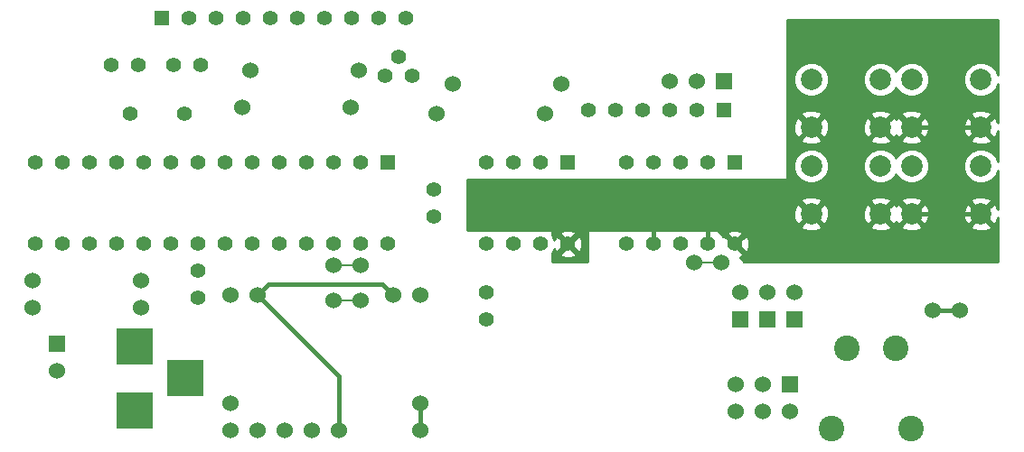
<source format=gtl>
G04 (created by PCBNEW (2013-jul-07)-stable) date 2015年02月11日 19時07分56秒*
%MOIN*%
G04 Gerber Fmt 3.4, Leading zero omitted, Abs format*
%FSLAX34Y34*%
G01*
G70*
G90*
G04 APERTURE LIST*
%ADD10C,0.006*%
%ADD11C,0.06*%
%ADD12R,0.055X0.055*%
%ADD13C,0.055*%
%ADD14R,0.06X0.06*%
%ADD15C,0.056*%
%ADD16R,0.1378X0.1378*%
%ADD17C,0.0787402*%
%ADD18C,0.0944882*%
%ADD19C,0.0551181*%
%ADD20C,0.016*%
%ADD21C,0.008*%
%ADD22C,0.01*%
G04 APERTURE END LIST*
G54D10*
G54D11*
X30300Y-55400D03*
X30300Y-54400D03*
X30300Y-50400D03*
X31300Y-55400D03*
X32300Y-55400D03*
X33300Y-55400D03*
X34300Y-55400D03*
X37300Y-55400D03*
X37300Y-50400D03*
X36300Y-50400D03*
X37300Y-54400D03*
X31300Y-50400D03*
G54D12*
X48500Y-43550D03*
G54D13*
X47500Y-43550D03*
X46500Y-43550D03*
X45500Y-43550D03*
X44500Y-43550D03*
X43500Y-43550D03*
G54D12*
X27783Y-40157D03*
G54D13*
X28783Y-40157D03*
X29783Y-40157D03*
X30783Y-40157D03*
X31783Y-40157D03*
X32783Y-40157D03*
X33783Y-40157D03*
X34783Y-40157D03*
X35783Y-40157D03*
X36783Y-40157D03*
G54D11*
X23000Y-49850D03*
X27000Y-49850D03*
X27000Y-50850D03*
X23000Y-50850D03*
X34750Y-43450D03*
X30750Y-43450D03*
X31050Y-42100D03*
X35050Y-42100D03*
X37900Y-43700D03*
X41900Y-43700D03*
X38500Y-42600D03*
X42500Y-42600D03*
G54D14*
X50950Y-53700D03*
G54D11*
X50950Y-54700D03*
X49950Y-53700D03*
X49950Y-54700D03*
X48950Y-53700D03*
X48950Y-54700D03*
G54D14*
X48500Y-42500D03*
G54D11*
X47500Y-42500D03*
X46500Y-42500D03*
G54D14*
X23900Y-52200D03*
G54D11*
X23900Y-53200D03*
G54D14*
X51100Y-51300D03*
G54D11*
X51100Y-50300D03*
G54D14*
X50100Y-51300D03*
G54D11*
X50100Y-50300D03*
G54D14*
X49100Y-51300D03*
G54D11*
X49100Y-50300D03*
G54D15*
X26600Y-43700D03*
X28600Y-43700D03*
G54D12*
X42750Y-45500D03*
G54D13*
X41750Y-45500D03*
X40750Y-45500D03*
X39750Y-45500D03*
X39750Y-48500D03*
X40750Y-48500D03*
X41750Y-48500D03*
X42750Y-48500D03*
X35100Y-45500D03*
X34100Y-45500D03*
X33100Y-45500D03*
X32100Y-45500D03*
X31100Y-45500D03*
X30100Y-45500D03*
X29100Y-45500D03*
X28100Y-45500D03*
X27100Y-45500D03*
X26100Y-45500D03*
X25100Y-45500D03*
X24100Y-45500D03*
X23100Y-45500D03*
G54D12*
X36100Y-45500D03*
G54D13*
X23100Y-48500D03*
X24100Y-48500D03*
X25100Y-48500D03*
X26100Y-48500D03*
X27100Y-48500D03*
X28100Y-48500D03*
X29100Y-48500D03*
X30100Y-48500D03*
X31100Y-48500D03*
X32100Y-48500D03*
X33100Y-48500D03*
X34100Y-48500D03*
X35100Y-48500D03*
X36100Y-48500D03*
G54D12*
X48900Y-45500D03*
G54D13*
X47900Y-45500D03*
X46900Y-45500D03*
X45900Y-45500D03*
X44900Y-45500D03*
X44900Y-48500D03*
X45900Y-48500D03*
X46900Y-48500D03*
X47900Y-48500D03*
X48900Y-48500D03*
X29200Y-41900D03*
X28200Y-41900D03*
X25900Y-41900D03*
X26900Y-41900D03*
X29100Y-50500D03*
X29100Y-49500D03*
X39750Y-51300D03*
X39750Y-50300D03*
X37800Y-47500D03*
X37800Y-46500D03*
G54D16*
X26771Y-52283D03*
X26771Y-54645D03*
X28621Y-53464D03*
G54D17*
X51720Y-47385D03*
X51720Y-45614D03*
X54279Y-45614D03*
X54279Y-47385D03*
X55420Y-47385D03*
X55420Y-45614D03*
X57979Y-45614D03*
X57979Y-47385D03*
X55420Y-44185D03*
X55420Y-42414D03*
X57979Y-42414D03*
X57979Y-44185D03*
X51720Y-44185D03*
X51720Y-42414D03*
X54279Y-42414D03*
X54279Y-44185D03*
G54D18*
X53031Y-52362D03*
X54842Y-52362D03*
X52480Y-55314D03*
X55393Y-55314D03*
G54D19*
X36496Y-41589D03*
X35996Y-42289D03*
X36996Y-42289D03*
G54D11*
X56200Y-41300D03*
X57200Y-41300D03*
X57200Y-50950D03*
X56200Y-50950D03*
X34100Y-49300D03*
X35100Y-49300D03*
X48400Y-49200D03*
X47400Y-49200D03*
X34100Y-50600D03*
X35100Y-50600D03*
G54D20*
X37300Y-54400D02*
X37300Y-55400D01*
X45900Y-48500D02*
X45900Y-47800D01*
X47900Y-47900D02*
X47900Y-48500D01*
X47637Y-47637D02*
X47900Y-47900D01*
X46062Y-47637D02*
X47637Y-47637D01*
X45900Y-47800D02*
X46062Y-47637D01*
X31300Y-50400D02*
X34300Y-53400D01*
X34300Y-53400D02*
X34300Y-55400D01*
X36300Y-50400D02*
X35900Y-50000D01*
X31700Y-50000D02*
X31300Y-50400D01*
X35900Y-50000D02*
X31700Y-50000D01*
X56200Y-41300D02*
X57200Y-41300D01*
X55420Y-44185D02*
X57979Y-44185D01*
X55420Y-47385D02*
X57979Y-47385D01*
X56200Y-50950D02*
X57200Y-50950D01*
G54D21*
X34100Y-49300D02*
X35100Y-49300D01*
X48400Y-49200D02*
X47400Y-49200D01*
X34100Y-50600D02*
X35100Y-50600D01*
G54D10*
G36*
X58611Y-49162D02*
X58362Y-49162D01*
X58362Y-47839D01*
X57979Y-47456D01*
X57908Y-47527D01*
X57908Y-47385D01*
X57525Y-47002D01*
X57420Y-47041D01*
X57331Y-47281D01*
X57341Y-47537D01*
X57420Y-47730D01*
X57525Y-47768D01*
X57908Y-47385D01*
X57908Y-47527D01*
X57596Y-47839D01*
X57635Y-47944D01*
X57875Y-48033D01*
X58131Y-48024D01*
X58323Y-47944D01*
X58362Y-47839D01*
X58362Y-49162D01*
X56068Y-49162D01*
X56068Y-47489D01*
X56068Y-44289D01*
X56064Y-44176D01*
X56064Y-42286D01*
X55966Y-42050D01*
X55785Y-41868D01*
X55549Y-41770D01*
X55292Y-41770D01*
X55056Y-41868D01*
X54875Y-42049D01*
X54850Y-42109D01*
X54825Y-42050D01*
X54644Y-41868D01*
X54408Y-41770D01*
X54152Y-41770D01*
X53915Y-41868D01*
X53734Y-42049D01*
X53635Y-42285D01*
X53635Y-42541D01*
X53733Y-42778D01*
X53914Y-42959D01*
X54150Y-43057D01*
X54407Y-43057D01*
X54643Y-42960D01*
X54824Y-42779D01*
X54849Y-42719D01*
X54874Y-42778D01*
X55055Y-42959D01*
X55291Y-43057D01*
X55547Y-43057D01*
X55784Y-42960D01*
X55965Y-42779D01*
X56064Y-42542D01*
X56064Y-42286D01*
X56064Y-44176D01*
X56058Y-44034D01*
X55979Y-43841D01*
X55874Y-43802D01*
X55803Y-43873D01*
X55803Y-43732D01*
X55764Y-43627D01*
X55524Y-43537D01*
X55268Y-43547D01*
X55076Y-43627D01*
X55037Y-43732D01*
X55420Y-44115D01*
X55803Y-43732D01*
X55803Y-43873D01*
X55491Y-44185D01*
X55874Y-44568D01*
X55979Y-44530D01*
X56068Y-44289D01*
X56068Y-47489D01*
X56064Y-47376D01*
X56064Y-45486D01*
X55966Y-45250D01*
X55803Y-45086D01*
X55803Y-44639D01*
X55420Y-44256D01*
X55349Y-44327D01*
X55349Y-44185D01*
X54966Y-43802D01*
X54861Y-43841D01*
X54850Y-43871D01*
X54838Y-43841D01*
X54733Y-43802D01*
X54662Y-43873D01*
X54662Y-43732D01*
X54623Y-43627D01*
X54383Y-43537D01*
X54127Y-43547D01*
X53935Y-43627D01*
X53896Y-43732D01*
X54279Y-44115D01*
X54662Y-43732D01*
X54662Y-43873D01*
X54350Y-44185D01*
X54733Y-44568D01*
X54838Y-44530D01*
X54849Y-44500D01*
X54861Y-44530D01*
X54966Y-44568D01*
X55349Y-44185D01*
X55349Y-44327D01*
X55037Y-44639D01*
X55076Y-44744D01*
X55316Y-44833D01*
X55572Y-44824D01*
X55764Y-44744D01*
X55803Y-44639D01*
X55803Y-45086D01*
X55785Y-45068D01*
X55549Y-44970D01*
X55292Y-44970D01*
X55056Y-45068D01*
X54875Y-45249D01*
X54850Y-45309D01*
X54825Y-45250D01*
X54662Y-45086D01*
X54662Y-44639D01*
X54279Y-44256D01*
X54208Y-44327D01*
X54208Y-44185D01*
X53825Y-43802D01*
X53720Y-43841D01*
X53631Y-44081D01*
X53641Y-44337D01*
X53720Y-44530D01*
X53825Y-44568D01*
X54208Y-44185D01*
X54208Y-44327D01*
X53896Y-44639D01*
X53935Y-44744D01*
X54175Y-44833D01*
X54431Y-44824D01*
X54623Y-44744D01*
X54662Y-44639D01*
X54662Y-45086D01*
X54644Y-45068D01*
X54408Y-44970D01*
X54152Y-44970D01*
X53915Y-45068D01*
X53734Y-45249D01*
X53635Y-45485D01*
X53635Y-45741D01*
X53733Y-45978D01*
X53914Y-46159D01*
X54150Y-46257D01*
X54407Y-46257D01*
X54643Y-46160D01*
X54824Y-45979D01*
X54849Y-45919D01*
X54874Y-45978D01*
X55055Y-46159D01*
X55291Y-46257D01*
X55547Y-46257D01*
X55784Y-46160D01*
X55965Y-45979D01*
X56064Y-45742D01*
X56064Y-45486D01*
X56064Y-47376D01*
X56058Y-47234D01*
X55979Y-47041D01*
X55874Y-47002D01*
X55803Y-47073D01*
X55803Y-46932D01*
X55764Y-46827D01*
X55524Y-46737D01*
X55268Y-46747D01*
X55076Y-46827D01*
X55037Y-46932D01*
X55420Y-47315D01*
X55803Y-46932D01*
X55803Y-47073D01*
X55491Y-47385D01*
X55874Y-47768D01*
X55979Y-47730D01*
X56068Y-47489D01*
X56068Y-49162D01*
X55803Y-49162D01*
X55803Y-47839D01*
X55420Y-47456D01*
X55349Y-47527D01*
X55349Y-47385D01*
X54966Y-47002D01*
X54861Y-47041D01*
X54850Y-47071D01*
X54838Y-47041D01*
X54733Y-47002D01*
X54662Y-47073D01*
X54662Y-46932D01*
X54623Y-46827D01*
X54383Y-46737D01*
X54127Y-46747D01*
X53935Y-46827D01*
X53896Y-46932D01*
X54279Y-47315D01*
X54662Y-46932D01*
X54662Y-47073D01*
X54350Y-47385D01*
X54733Y-47768D01*
X54838Y-47730D01*
X54849Y-47700D01*
X54861Y-47730D01*
X54966Y-47768D01*
X55349Y-47385D01*
X55349Y-47527D01*
X55037Y-47839D01*
X55076Y-47944D01*
X55316Y-48033D01*
X55572Y-48024D01*
X55764Y-47944D01*
X55803Y-47839D01*
X55803Y-49162D01*
X54662Y-49162D01*
X54662Y-47839D01*
X54279Y-47456D01*
X54208Y-47527D01*
X54208Y-47385D01*
X53825Y-47002D01*
X53720Y-47041D01*
X53631Y-47281D01*
X53641Y-47537D01*
X53720Y-47730D01*
X53825Y-47768D01*
X54208Y-47385D01*
X54208Y-47527D01*
X53896Y-47839D01*
X53935Y-47944D01*
X54175Y-48033D01*
X54431Y-48024D01*
X54623Y-47944D01*
X54662Y-47839D01*
X54662Y-49162D01*
X52368Y-49162D01*
X52368Y-47489D01*
X52368Y-44289D01*
X52364Y-44176D01*
X52364Y-42286D01*
X52266Y-42050D01*
X52085Y-41868D01*
X51849Y-41770D01*
X51592Y-41770D01*
X51356Y-41868D01*
X51175Y-42049D01*
X51076Y-42285D01*
X51076Y-42541D01*
X51174Y-42778D01*
X51355Y-42959D01*
X51591Y-43057D01*
X51847Y-43057D01*
X52084Y-42960D01*
X52265Y-42779D01*
X52364Y-42542D01*
X52364Y-42286D01*
X52364Y-44176D01*
X52358Y-44034D01*
X52279Y-43841D01*
X52174Y-43802D01*
X52103Y-43873D01*
X52103Y-43732D01*
X52064Y-43627D01*
X51824Y-43537D01*
X51568Y-43547D01*
X51376Y-43627D01*
X51337Y-43732D01*
X51720Y-44115D01*
X52103Y-43732D01*
X52103Y-43873D01*
X51791Y-44185D01*
X52174Y-44568D01*
X52279Y-44530D01*
X52368Y-44289D01*
X52368Y-47489D01*
X52364Y-47376D01*
X52364Y-45486D01*
X52266Y-45250D01*
X52103Y-45086D01*
X52103Y-44639D01*
X51720Y-44256D01*
X51649Y-44327D01*
X51649Y-44185D01*
X51266Y-43802D01*
X51161Y-43841D01*
X51072Y-44081D01*
X51081Y-44337D01*
X51161Y-44530D01*
X51266Y-44568D01*
X51649Y-44185D01*
X51649Y-44327D01*
X51337Y-44639D01*
X51376Y-44744D01*
X51616Y-44833D01*
X51872Y-44824D01*
X52064Y-44744D01*
X52103Y-44639D01*
X52103Y-45086D01*
X52085Y-45068D01*
X51849Y-44970D01*
X51592Y-44970D01*
X51356Y-45068D01*
X51175Y-45249D01*
X51076Y-45485D01*
X51076Y-45741D01*
X51174Y-45978D01*
X51355Y-46159D01*
X51591Y-46257D01*
X51847Y-46257D01*
X52084Y-46160D01*
X52265Y-45979D01*
X52364Y-45742D01*
X52364Y-45486D01*
X52364Y-47376D01*
X52358Y-47234D01*
X52279Y-47041D01*
X52174Y-47002D01*
X52103Y-47073D01*
X52103Y-46932D01*
X52064Y-46827D01*
X51824Y-46737D01*
X51568Y-46747D01*
X51376Y-46827D01*
X51337Y-46932D01*
X51720Y-47315D01*
X52103Y-46932D01*
X52103Y-47073D01*
X51791Y-47385D01*
X52174Y-47768D01*
X52279Y-47730D01*
X52368Y-47489D01*
X52368Y-49162D01*
X52103Y-49162D01*
X52103Y-47839D01*
X51720Y-47456D01*
X51649Y-47527D01*
X51649Y-47385D01*
X51266Y-47002D01*
X51161Y-47041D01*
X51072Y-47281D01*
X51081Y-47537D01*
X51161Y-47730D01*
X51266Y-47768D01*
X51649Y-47385D01*
X51649Y-47527D01*
X51337Y-47839D01*
X51376Y-47944D01*
X51616Y-48033D01*
X51872Y-48024D01*
X52064Y-47944D01*
X52103Y-47839D01*
X52103Y-49162D01*
X49429Y-49162D01*
X49429Y-48575D01*
X49418Y-48367D01*
X49360Y-48227D01*
X49267Y-48202D01*
X49197Y-48273D01*
X49197Y-48132D01*
X49172Y-48039D01*
X48975Y-47970D01*
X48767Y-47981D01*
X48627Y-48039D01*
X48602Y-48132D01*
X48900Y-48429D01*
X49197Y-48132D01*
X49197Y-48273D01*
X48970Y-48500D01*
X49267Y-48797D01*
X49360Y-48772D01*
X49429Y-48575D01*
X49429Y-49162D01*
X49236Y-49162D01*
X49094Y-48992D01*
X49172Y-48960D01*
X49197Y-48867D01*
X48900Y-48570D01*
X48894Y-48576D01*
X48823Y-48505D01*
X48829Y-48500D01*
X48532Y-48202D01*
X48453Y-48223D01*
X48251Y-47981D01*
X48008Y-47981D01*
X47975Y-47970D01*
X47767Y-47981D01*
X47767Y-47981D01*
X47020Y-47981D01*
X47004Y-47975D01*
X46796Y-47974D01*
X46780Y-47981D01*
X46020Y-47981D01*
X46004Y-47975D01*
X45796Y-47974D01*
X45780Y-47981D01*
X45020Y-47981D01*
X45004Y-47975D01*
X44796Y-47974D01*
X44780Y-47981D01*
X43453Y-47981D01*
X43453Y-49162D01*
X43279Y-49162D01*
X43279Y-48575D01*
X43268Y-48367D01*
X43210Y-48227D01*
X43117Y-48202D01*
X43047Y-48273D01*
X43047Y-48132D01*
X43022Y-48039D01*
X42825Y-47970D01*
X42617Y-47981D01*
X42477Y-48039D01*
X42452Y-48132D01*
X42750Y-48429D01*
X43047Y-48132D01*
X43047Y-48273D01*
X42820Y-48500D01*
X43117Y-48797D01*
X43210Y-48772D01*
X43279Y-48575D01*
X43279Y-49162D01*
X43047Y-49162D01*
X43047Y-48867D01*
X42750Y-48570D01*
X42452Y-48867D01*
X42477Y-48960D01*
X42674Y-49029D01*
X42882Y-49018D01*
X43022Y-48960D01*
X43047Y-48867D01*
X43047Y-49162D01*
X42175Y-49162D01*
X42175Y-48816D01*
X42194Y-48797D01*
X42247Y-48671D01*
X42289Y-48772D01*
X42382Y-48797D01*
X42679Y-48500D01*
X42382Y-48202D01*
X42289Y-48227D01*
X42250Y-48337D01*
X42195Y-48203D01*
X42175Y-48183D01*
X42175Y-47981D01*
X41870Y-47981D01*
X41854Y-47975D01*
X41646Y-47974D01*
X41630Y-47981D01*
X40870Y-47981D01*
X40854Y-47975D01*
X40646Y-47974D01*
X40630Y-47981D01*
X39870Y-47981D01*
X39854Y-47975D01*
X39646Y-47974D01*
X39630Y-47981D01*
X39026Y-47981D01*
X39026Y-46112D01*
X50837Y-46112D01*
X50837Y-40207D01*
X58611Y-40207D01*
X58611Y-42257D01*
X58525Y-42050D01*
X58344Y-41868D01*
X58108Y-41770D01*
X57852Y-41770D01*
X57615Y-41868D01*
X57434Y-42049D01*
X57335Y-42285D01*
X57335Y-42541D01*
X57433Y-42778D01*
X57614Y-42959D01*
X57850Y-43057D01*
X58107Y-43057D01*
X58343Y-42960D01*
X58524Y-42779D01*
X58611Y-42570D01*
X58611Y-44018D01*
X58538Y-43841D01*
X58433Y-43802D01*
X58362Y-43873D01*
X58362Y-43732D01*
X58323Y-43627D01*
X58083Y-43537D01*
X57827Y-43547D01*
X57635Y-43627D01*
X57596Y-43732D01*
X57979Y-44115D01*
X58362Y-43732D01*
X58362Y-43873D01*
X58050Y-44185D01*
X58433Y-44568D01*
X58538Y-44530D01*
X58611Y-44333D01*
X58611Y-45457D01*
X58525Y-45250D01*
X58362Y-45086D01*
X58362Y-44639D01*
X57979Y-44256D01*
X57908Y-44327D01*
X57908Y-44185D01*
X57525Y-43802D01*
X57420Y-43841D01*
X57331Y-44081D01*
X57341Y-44337D01*
X57420Y-44530D01*
X57525Y-44568D01*
X57908Y-44185D01*
X57908Y-44327D01*
X57596Y-44639D01*
X57635Y-44744D01*
X57875Y-44833D01*
X58131Y-44824D01*
X58323Y-44744D01*
X58362Y-44639D01*
X58362Y-45086D01*
X58344Y-45068D01*
X58108Y-44970D01*
X57852Y-44970D01*
X57615Y-45068D01*
X57434Y-45249D01*
X57335Y-45485D01*
X57335Y-45741D01*
X57433Y-45978D01*
X57614Y-46159D01*
X57850Y-46257D01*
X58107Y-46257D01*
X58343Y-46160D01*
X58524Y-45979D01*
X58611Y-45770D01*
X58611Y-47218D01*
X58538Y-47041D01*
X58433Y-47002D01*
X58362Y-47073D01*
X58362Y-46932D01*
X58323Y-46827D01*
X58083Y-46737D01*
X57827Y-46747D01*
X57635Y-46827D01*
X57596Y-46932D01*
X57979Y-47315D01*
X58362Y-46932D01*
X58362Y-47073D01*
X58050Y-47385D01*
X58433Y-47768D01*
X58538Y-47730D01*
X58611Y-47533D01*
X58611Y-49162D01*
X58611Y-49162D01*
G37*
G54D22*
X58611Y-49162D02*
X58362Y-49162D01*
X58362Y-47839D01*
X57979Y-47456D01*
X57908Y-47527D01*
X57908Y-47385D01*
X57525Y-47002D01*
X57420Y-47041D01*
X57331Y-47281D01*
X57341Y-47537D01*
X57420Y-47730D01*
X57525Y-47768D01*
X57908Y-47385D01*
X57908Y-47527D01*
X57596Y-47839D01*
X57635Y-47944D01*
X57875Y-48033D01*
X58131Y-48024D01*
X58323Y-47944D01*
X58362Y-47839D01*
X58362Y-49162D01*
X56068Y-49162D01*
X56068Y-47489D01*
X56068Y-44289D01*
X56064Y-44176D01*
X56064Y-42286D01*
X55966Y-42050D01*
X55785Y-41868D01*
X55549Y-41770D01*
X55292Y-41770D01*
X55056Y-41868D01*
X54875Y-42049D01*
X54850Y-42109D01*
X54825Y-42050D01*
X54644Y-41868D01*
X54408Y-41770D01*
X54152Y-41770D01*
X53915Y-41868D01*
X53734Y-42049D01*
X53635Y-42285D01*
X53635Y-42541D01*
X53733Y-42778D01*
X53914Y-42959D01*
X54150Y-43057D01*
X54407Y-43057D01*
X54643Y-42960D01*
X54824Y-42779D01*
X54849Y-42719D01*
X54874Y-42778D01*
X55055Y-42959D01*
X55291Y-43057D01*
X55547Y-43057D01*
X55784Y-42960D01*
X55965Y-42779D01*
X56064Y-42542D01*
X56064Y-42286D01*
X56064Y-44176D01*
X56058Y-44034D01*
X55979Y-43841D01*
X55874Y-43802D01*
X55803Y-43873D01*
X55803Y-43732D01*
X55764Y-43627D01*
X55524Y-43537D01*
X55268Y-43547D01*
X55076Y-43627D01*
X55037Y-43732D01*
X55420Y-44115D01*
X55803Y-43732D01*
X55803Y-43873D01*
X55491Y-44185D01*
X55874Y-44568D01*
X55979Y-44530D01*
X56068Y-44289D01*
X56068Y-47489D01*
X56064Y-47376D01*
X56064Y-45486D01*
X55966Y-45250D01*
X55803Y-45086D01*
X55803Y-44639D01*
X55420Y-44256D01*
X55349Y-44327D01*
X55349Y-44185D01*
X54966Y-43802D01*
X54861Y-43841D01*
X54850Y-43871D01*
X54838Y-43841D01*
X54733Y-43802D01*
X54662Y-43873D01*
X54662Y-43732D01*
X54623Y-43627D01*
X54383Y-43537D01*
X54127Y-43547D01*
X53935Y-43627D01*
X53896Y-43732D01*
X54279Y-44115D01*
X54662Y-43732D01*
X54662Y-43873D01*
X54350Y-44185D01*
X54733Y-44568D01*
X54838Y-44530D01*
X54849Y-44500D01*
X54861Y-44530D01*
X54966Y-44568D01*
X55349Y-44185D01*
X55349Y-44327D01*
X55037Y-44639D01*
X55076Y-44744D01*
X55316Y-44833D01*
X55572Y-44824D01*
X55764Y-44744D01*
X55803Y-44639D01*
X55803Y-45086D01*
X55785Y-45068D01*
X55549Y-44970D01*
X55292Y-44970D01*
X55056Y-45068D01*
X54875Y-45249D01*
X54850Y-45309D01*
X54825Y-45250D01*
X54662Y-45086D01*
X54662Y-44639D01*
X54279Y-44256D01*
X54208Y-44327D01*
X54208Y-44185D01*
X53825Y-43802D01*
X53720Y-43841D01*
X53631Y-44081D01*
X53641Y-44337D01*
X53720Y-44530D01*
X53825Y-44568D01*
X54208Y-44185D01*
X54208Y-44327D01*
X53896Y-44639D01*
X53935Y-44744D01*
X54175Y-44833D01*
X54431Y-44824D01*
X54623Y-44744D01*
X54662Y-44639D01*
X54662Y-45086D01*
X54644Y-45068D01*
X54408Y-44970D01*
X54152Y-44970D01*
X53915Y-45068D01*
X53734Y-45249D01*
X53635Y-45485D01*
X53635Y-45741D01*
X53733Y-45978D01*
X53914Y-46159D01*
X54150Y-46257D01*
X54407Y-46257D01*
X54643Y-46160D01*
X54824Y-45979D01*
X54849Y-45919D01*
X54874Y-45978D01*
X55055Y-46159D01*
X55291Y-46257D01*
X55547Y-46257D01*
X55784Y-46160D01*
X55965Y-45979D01*
X56064Y-45742D01*
X56064Y-45486D01*
X56064Y-47376D01*
X56058Y-47234D01*
X55979Y-47041D01*
X55874Y-47002D01*
X55803Y-47073D01*
X55803Y-46932D01*
X55764Y-46827D01*
X55524Y-46737D01*
X55268Y-46747D01*
X55076Y-46827D01*
X55037Y-46932D01*
X55420Y-47315D01*
X55803Y-46932D01*
X55803Y-47073D01*
X55491Y-47385D01*
X55874Y-47768D01*
X55979Y-47730D01*
X56068Y-47489D01*
X56068Y-49162D01*
X55803Y-49162D01*
X55803Y-47839D01*
X55420Y-47456D01*
X55349Y-47527D01*
X55349Y-47385D01*
X54966Y-47002D01*
X54861Y-47041D01*
X54850Y-47071D01*
X54838Y-47041D01*
X54733Y-47002D01*
X54662Y-47073D01*
X54662Y-46932D01*
X54623Y-46827D01*
X54383Y-46737D01*
X54127Y-46747D01*
X53935Y-46827D01*
X53896Y-46932D01*
X54279Y-47315D01*
X54662Y-46932D01*
X54662Y-47073D01*
X54350Y-47385D01*
X54733Y-47768D01*
X54838Y-47730D01*
X54849Y-47700D01*
X54861Y-47730D01*
X54966Y-47768D01*
X55349Y-47385D01*
X55349Y-47527D01*
X55037Y-47839D01*
X55076Y-47944D01*
X55316Y-48033D01*
X55572Y-48024D01*
X55764Y-47944D01*
X55803Y-47839D01*
X55803Y-49162D01*
X54662Y-49162D01*
X54662Y-47839D01*
X54279Y-47456D01*
X54208Y-47527D01*
X54208Y-47385D01*
X53825Y-47002D01*
X53720Y-47041D01*
X53631Y-47281D01*
X53641Y-47537D01*
X53720Y-47730D01*
X53825Y-47768D01*
X54208Y-47385D01*
X54208Y-47527D01*
X53896Y-47839D01*
X53935Y-47944D01*
X54175Y-48033D01*
X54431Y-48024D01*
X54623Y-47944D01*
X54662Y-47839D01*
X54662Y-49162D01*
X52368Y-49162D01*
X52368Y-47489D01*
X52368Y-44289D01*
X52364Y-44176D01*
X52364Y-42286D01*
X52266Y-42050D01*
X52085Y-41868D01*
X51849Y-41770D01*
X51592Y-41770D01*
X51356Y-41868D01*
X51175Y-42049D01*
X51076Y-42285D01*
X51076Y-42541D01*
X51174Y-42778D01*
X51355Y-42959D01*
X51591Y-43057D01*
X51847Y-43057D01*
X52084Y-42960D01*
X52265Y-42779D01*
X52364Y-42542D01*
X52364Y-42286D01*
X52364Y-44176D01*
X52358Y-44034D01*
X52279Y-43841D01*
X52174Y-43802D01*
X52103Y-43873D01*
X52103Y-43732D01*
X52064Y-43627D01*
X51824Y-43537D01*
X51568Y-43547D01*
X51376Y-43627D01*
X51337Y-43732D01*
X51720Y-44115D01*
X52103Y-43732D01*
X52103Y-43873D01*
X51791Y-44185D01*
X52174Y-44568D01*
X52279Y-44530D01*
X52368Y-44289D01*
X52368Y-47489D01*
X52364Y-47376D01*
X52364Y-45486D01*
X52266Y-45250D01*
X52103Y-45086D01*
X52103Y-44639D01*
X51720Y-44256D01*
X51649Y-44327D01*
X51649Y-44185D01*
X51266Y-43802D01*
X51161Y-43841D01*
X51072Y-44081D01*
X51081Y-44337D01*
X51161Y-44530D01*
X51266Y-44568D01*
X51649Y-44185D01*
X51649Y-44327D01*
X51337Y-44639D01*
X51376Y-44744D01*
X51616Y-44833D01*
X51872Y-44824D01*
X52064Y-44744D01*
X52103Y-44639D01*
X52103Y-45086D01*
X52085Y-45068D01*
X51849Y-44970D01*
X51592Y-44970D01*
X51356Y-45068D01*
X51175Y-45249D01*
X51076Y-45485D01*
X51076Y-45741D01*
X51174Y-45978D01*
X51355Y-46159D01*
X51591Y-46257D01*
X51847Y-46257D01*
X52084Y-46160D01*
X52265Y-45979D01*
X52364Y-45742D01*
X52364Y-45486D01*
X52364Y-47376D01*
X52358Y-47234D01*
X52279Y-47041D01*
X52174Y-47002D01*
X52103Y-47073D01*
X52103Y-46932D01*
X52064Y-46827D01*
X51824Y-46737D01*
X51568Y-46747D01*
X51376Y-46827D01*
X51337Y-46932D01*
X51720Y-47315D01*
X52103Y-46932D01*
X52103Y-47073D01*
X51791Y-47385D01*
X52174Y-47768D01*
X52279Y-47730D01*
X52368Y-47489D01*
X52368Y-49162D01*
X52103Y-49162D01*
X52103Y-47839D01*
X51720Y-47456D01*
X51649Y-47527D01*
X51649Y-47385D01*
X51266Y-47002D01*
X51161Y-47041D01*
X51072Y-47281D01*
X51081Y-47537D01*
X51161Y-47730D01*
X51266Y-47768D01*
X51649Y-47385D01*
X51649Y-47527D01*
X51337Y-47839D01*
X51376Y-47944D01*
X51616Y-48033D01*
X51872Y-48024D01*
X52064Y-47944D01*
X52103Y-47839D01*
X52103Y-49162D01*
X49429Y-49162D01*
X49429Y-48575D01*
X49418Y-48367D01*
X49360Y-48227D01*
X49267Y-48202D01*
X49197Y-48273D01*
X49197Y-48132D01*
X49172Y-48039D01*
X48975Y-47970D01*
X48767Y-47981D01*
X48627Y-48039D01*
X48602Y-48132D01*
X48900Y-48429D01*
X49197Y-48132D01*
X49197Y-48273D01*
X48970Y-48500D01*
X49267Y-48797D01*
X49360Y-48772D01*
X49429Y-48575D01*
X49429Y-49162D01*
X49236Y-49162D01*
X49094Y-48992D01*
X49172Y-48960D01*
X49197Y-48867D01*
X48900Y-48570D01*
X48894Y-48576D01*
X48823Y-48505D01*
X48829Y-48500D01*
X48532Y-48202D01*
X48453Y-48223D01*
X48251Y-47981D01*
X48008Y-47981D01*
X47975Y-47970D01*
X47767Y-47981D01*
X47767Y-47981D01*
X47020Y-47981D01*
X47004Y-47975D01*
X46796Y-47974D01*
X46780Y-47981D01*
X46020Y-47981D01*
X46004Y-47975D01*
X45796Y-47974D01*
X45780Y-47981D01*
X45020Y-47981D01*
X45004Y-47975D01*
X44796Y-47974D01*
X44780Y-47981D01*
X43453Y-47981D01*
X43453Y-49162D01*
X43279Y-49162D01*
X43279Y-48575D01*
X43268Y-48367D01*
X43210Y-48227D01*
X43117Y-48202D01*
X43047Y-48273D01*
X43047Y-48132D01*
X43022Y-48039D01*
X42825Y-47970D01*
X42617Y-47981D01*
X42477Y-48039D01*
X42452Y-48132D01*
X42750Y-48429D01*
X43047Y-48132D01*
X43047Y-48273D01*
X42820Y-48500D01*
X43117Y-48797D01*
X43210Y-48772D01*
X43279Y-48575D01*
X43279Y-49162D01*
X43047Y-49162D01*
X43047Y-48867D01*
X42750Y-48570D01*
X42452Y-48867D01*
X42477Y-48960D01*
X42674Y-49029D01*
X42882Y-49018D01*
X43022Y-48960D01*
X43047Y-48867D01*
X43047Y-49162D01*
X42175Y-49162D01*
X42175Y-48816D01*
X42194Y-48797D01*
X42247Y-48671D01*
X42289Y-48772D01*
X42382Y-48797D01*
X42679Y-48500D01*
X42382Y-48202D01*
X42289Y-48227D01*
X42250Y-48337D01*
X42195Y-48203D01*
X42175Y-48183D01*
X42175Y-47981D01*
X41870Y-47981D01*
X41854Y-47975D01*
X41646Y-47974D01*
X41630Y-47981D01*
X40870Y-47981D01*
X40854Y-47975D01*
X40646Y-47974D01*
X40630Y-47981D01*
X39870Y-47981D01*
X39854Y-47975D01*
X39646Y-47974D01*
X39630Y-47981D01*
X39026Y-47981D01*
X39026Y-46112D01*
X50837Y-46112D01*
X50837Y-40207D01*
X58611Y-40207D01*
X58611Y-42257D01*
X58525Y-42050D01*
X58344Y-41868D01*
X58108Y-41770D01*
X57852Y-41770D01*
X57615Y-41868D01*
X57434Y-42049D01*
X57335Y-42285D01*
X57335Y-42541D01*
X57433Y-42778D01*
X57614Y-42959D01*
X57850Y-43057D01*
X58107Y-43057D01*
X58343Y-42960D01*
X58524Y-42779D01*
X58611Y-42570D01*
X58611Y-44018D01*
X58538Y-43841D01*
X58433Y-43802D01*
X58362Y-43873D01*
X58362Y-43732D01*
X58323Y-43627D01*
X58083Y-43537D01*
X57827Y-43547D01*
X57635Y-43627D01*
X57596Y-43732D01*
X57979Y-44115D01*
X58362Y-43732D01*
X58362Y-43873D01*
X58050Y-44185D01*
X58433Y-44568D01*
X58538Y-44530D01*
X58611Y-44333D01*
X58611Y-45457D01*
X58525Y-45250D01*
X58362Y-45086D01*
X58362Y-44639D01*
X57979Y-44256D01*
X57908Y-44327D01*
X57908Y-44185D01*
X57525Y-43802D01*
X57420Y-43841D01*
X57331Y-44081D01*
X57341Y-44337D01*
X57420Y-44530D01*
X57525Y-44568D01*
X57908Y-44185D01*
X57908Y-44327D01*
X57596Y-44639D01*
X57635Y-44744D01*
X57875Y-44833D01*
X58131Y-44824D01*
X58323Y-44744D01*
X58362Y-44639D01*
X58362Y-45086D01*
X58344Y-45068D01*
X58108Y-44970D01*
X57852Y-44970D01*
X57615Y-45068D01*
X57434Y-45249D01*
X57335Y-45485D01*
X57335Y-45741D01*
X57433Y-45978D01*
X57614Y-46159D01*
X57850Y-46257D01*
X58107Y-46257D01*
X58343Y-46160D01*
X58524Y-45979D01*
X58611Y-45770D01*
X58611Y-47218D01*
X58538Y-47041D01*
X58433Y-47002D01*
X58362Y-47073D01*
X58362Y-46932D01*
X58323Y-46827D01*
X58083Y-46737D01*
X57827Y-46747D01*
X57635Y-46827D01*
X57596Y-46932D01*
X57979Y-47315D01*
X58362Y-46932D01*
X58362Y-47073D01*
X58050Y-47385D01*
X58433Y-47768D01*
X58538Y-47730D01*
X58611Y-47533D01*
X58611Y-49162D01*
M02*

</source>
